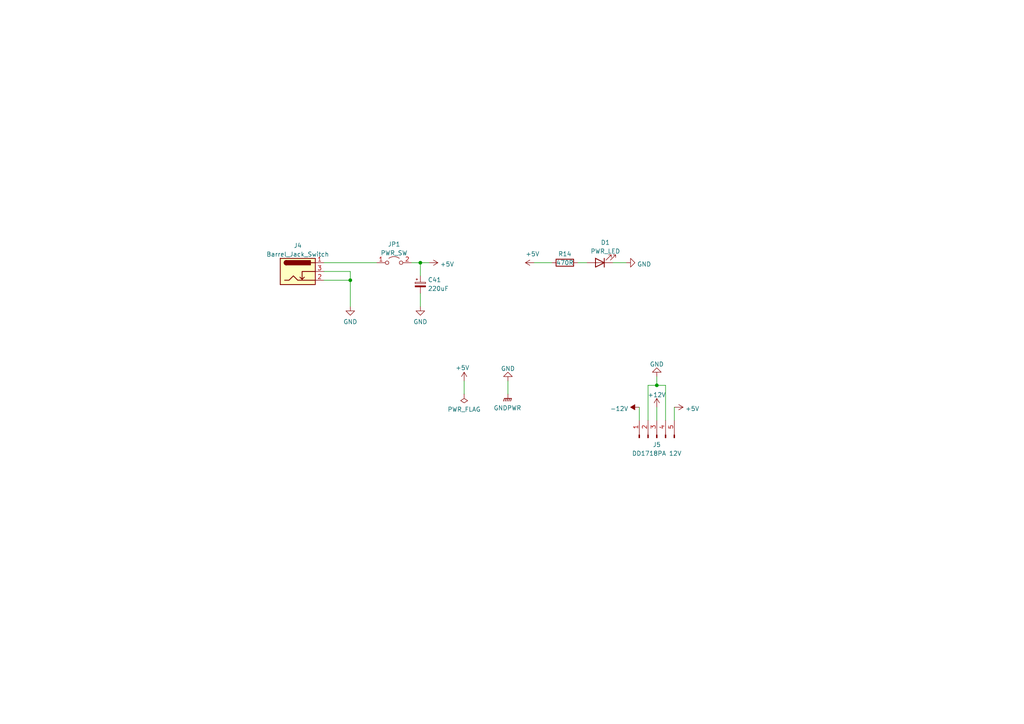
<source format=kicad_sch>
(kicad_sch (version 20250114) (generator "eeschema") (generator_version "9.0")
  (paper "A4")
  (title_block (title "JFF") (date "2025-07-16") (rev "1.1b-TMSHAT") (company "Skoti / herraa1") (comment 1 "Just for Fun - Computer"))
  (lib_symbols
    (symbol "Connector:Barrel_Jack_Switch" (pin_names (hide yes))
      (property "Reference" "J" (at 0 5.334 0))
      (property "Value" "Barrel_Jack_Switch" (at 0 -5.08 0))
      (symbol "Barrel_Jack_Switch_0_1"
        (rectangle (start -5.08 3.81) (end 5.08 -3.81) (stroke (width 0.254)) (fill (type background)))
        (polyline (pts (xy -3.81 -2.54) (xy -2.54 -2.54) (xy -1.27 -1.27) (xy 0 -2.54) (xy 2.54 -2.54) (xy 5.08 -2.54)) (stroke (width 0.254)))
        (arc (start -3.302 1.905) (mid -3.9342 2.54) (end -3.302 3.175) (stroke (width 0.254)))
        (arc (start -3.302 1.905) (mid -3.9342 2.54) (end -3.302 3.175) (stroke (width 0.254)) (fill (type outline)))
        (polyline (pts (xy 1.27 -2.286) (xy 1.905 -1.651)) (stroke (width 0.254)))
        (rectangle (start 3.683 3.175) (end -3.302 1.905) (stroke (width 0.254)) (fill (type outline)))
        (polyline (pts (xy 5.08 2.54) (xy 3.81 2.54)) (stroke (width 0.254)))
        (polyline (pts (xy 5.08 0) (xy 1.27 0) (xy 1.27 -2.286) (xy 0.635 -1.651)) (stroke (width 0.254)))
      )
      (symbol "Barrel_Jack_Switch_1_1"
        (pin passive line (at 7.62 2.54 180) (length 2.54) (name "~") (number "1"))
        (pin passive line (at 7.62 0 180) (length 2.54) (name "~") (number "3"))
        (pin passive line (at 7.62 -2.54 180) (length 2.54) (name "~") (number "2"))
      )
    )
    (symbol "Connector:Conn_01x05_Male" (pin_names (offset 1.016) (hide yes))
      (property "Reference" "J" (at 0 7.62 0))
      (property "Value" "Conn_01x05_Male" (at 0 -7.62 0))
      (symbol "Conn_01x05_Male_1_1"
        (rectangle (start 0.8636 5.207) (end 0 4.953) (stroke (width 0.1524)) (fill (type outline)))
        (rectangle (start 0.8636 2.667) (end 0 2.413) (stroke (width 0.1524)) (fill (type outline)))
        (rectangle (start 0.8636 0.127) (end 0 -0.127) (stroke (width 0.1524)) (fill (type outline)))
        (rectangle (start 0.8636 -2.413) (end 0 -2.667) (stroke (width 0.1524)) (fill (type outline)))
        (rectangle (start 0.8636 -4.953) (end 0 -5.207) (stroke (width 0.1524)) (fill (type outline)))
        (polyline (pts (xy 1.27 5.08) (xy 0.8636 5.08)) (stroke (width 0.1524)))
        (polyline (pts (xy 1.27 2.54) (xy 0.8636 2.54)) (stroke (width 0.1524)))
        (polyline (pts (xy 1.27 0) (xy 0.8636 0)) (stroke (width 0.1524)))
        (polyline (pts (xy 1.27 -2.54) (xy 0.8636 -2.54)) (stroke (width 0.1524)))
        (polyline (pts (xy 1.27 -5.08) (xy 0.8636 -5.08)) (stroke (width 0.1524)))
        (pin passive line (at 5.08 5.08 180) (length 3.81) (name "Pin_1") (number "1"))
        (pin passive line (at 5.08 2.54 180) (length 3.81) (name "Pin_2") (number "2"))
        (pin passive line (at 5.08 0 180) (length 3.81) (name "Pin_3") (number "3"))
        (pin passive line (at 5.08 -2.54 180) (length 3.81) (name "Pin_4") (number "4"))
        (pin passive line (at 5.08 -5.08 180) (length 3.81) (name "Pin_5") (number "5"))
      )
    )
    (symbol "Device:C_Polarized_Small" (pin_numbers (hide yes)) (pin_names (offset 0.254) (hide yes))
      (property "Reference" "C" (at 0.254 1.778 0))
      (property "Value" "C_Polarized_Small" (at 0.254 -2.032 0))
      (symbol "C_Polarized_Small_0_1"
        (rectangle (start -1.524 0.6858) (end 1.524 0.3048))
        (rectangle (start -1.524 -0.3048) (end 1.524 -0.6858) (fill (type outline)))
        (polyline (pts (xy -1.27 1.524) (xy -0.762 1.524)))
        (polyline (pts (xy -1.016 1.27) (xy -1.016 1.778)))
      )
      (symbol "C_Polarized_Small_1_1"
        (pin passive line (at 0 2.54 270) (length 1.8542) (name "~") (number "1"))
        (pin passive line (at 0 -2.54 90) (length 1.8542) (name "~") (number "2"))
      )
    )
    (symbol "Device:LED" (pin_numbers (hide yes)) (pin_names (offset 1.016) (hide yes))
      (property "Reference" "D" (at 0 2.54 0))
      (property "Value" "LED" (at 0 -2.54 0))
      (symbol "LED_0_1"
        (polyline (pts (xy -3.048 -0.762) (xy -4.572 -2.286) (xy -3.81 -2.286) (xy -4.572 -2.286) (xy -4.572 -1.524)))
        (polyline (pts (xy -1.778 -0.762) (xy -3.302 -2.286) (xy -2.54 -2.286) (xy -3.302 -2.286) (xy -3.302 -1.524)))
        (polyline (pts (xy -1.27 0) (xy 1.27 0)))
        (polyline (pts (xy -1.27 -1.27) (xy -1.27 1.27)) (stroke (width 0.254)))
        (polyline (pts (xy 1.27 -1.27) (xy 1.27 1.27) (xy -1.27 0) (xy 1.27 -1.27)) (stroke (width 0.254)))
      )
      (symbol "LED_1_1"
        (pin passive line (at -3.81 0 0) (length 2.54) (name "K") (number "1"))
        (pin passive line (at 3.81 0 180) (length 2.54) (name "A") (number "2"))
      )
    )
    (symbol "Device:R" (pin_numbers (hide yes)) (pin_names (offset 0))
      (property "Reference" "R" (at 2.032 0 90))
      (property "Value" "R" (at 0 0 90))
      (symbol "R_0_1"
        (rectangle (start -1.016 -2.54) (end 1.016 2.54) (stroke (width 0.254)))
      )
      (symbol "R_1_1"
        (pin passive line (at 0 3.81 270) (length 1.27) (name "~") (number "1"))
        (pin passive line (at 0 -3.81 90) (length 1.27) (name "~") (number "2"))
      )
    )
    (symbol "Jumper:Jumper_2_Open" (pin_names (offset 0) (hide yes))
      (property "Reference" "JP" (at 0 2.794 0))
      (property "Value" "Jumper_2_Open" (at 0 -2.286 0))
      (symbol "Jumper_2_Open_0_0"
        (circle (center -2.032 0) (radius 0.508))
        (circle (center 2.032 0) (radius 0.508))
      )
      (symbol "Jumper_2_Open_0_1"
        (arc (start -1.524 1.27) (mid 0 1.778) (end 1.524 1.27))
      )
      (symbol "Jumper_2_Open_1_1"
        (pin passive line (at -5.08 0 0) (length 2.54) (name "A") (number "1"))
        (pin passive line (at 5.08 0 180) (length 2.54) (name "B") (number "2"))
      )
    )
    (symbol "power:+12V" (power) (pin_names (offset 0))
      (property "Value" "+12V" (at 0 3.556 0))
      (symbol "+12V_0_1"
        (polyline (pts (xy -0.762 1.27) (xy 0 2.54)))
        (polyline (pts (xy 0 2.54) (xy 0.762 1.27)))
        (polyline (pts (xy 0 0) (xy 0 2.54)))
      )
      (symbol "+12V_1_1"
        (pin power_in line (at 0 0 90) (length 0) (hide yes) (name "+12V") (number "1"))
      )
    )
    (symbol "power:+5V" (power) (pin_names (offset 0))
      (property "Value" "+5V" (at 0 3.556 0))
      (symbol "+5V_0_1"
        (polyline (pts (xy -0.762 1.27) (xy 0 2.54)))
        (polyline (pts (xy 0 2.54) (xy 0.762 1.27)))
        (polyline (pts (xy 0 0) (xy 0 2.54)))
      )
      (symbol "+5V_1_1"
        (pin power_in line (at 0 0 90) (length 0) (hide yes) (name "+5V") (number "1"))
      )
    )
    (symbol "power:-12V" (power) (pin_names (offset 0))
      (property "Value" "-12V" (at 0 3.81 0))
      (symbol "-12V_0_0"
        (pin power_in line (at 0 0 90) (length 0) (hide yes) (name "-12V") (number "1"))
      )
      (symbol "-12V_0_1"
        (polyline (pts (xy 0 0) (xy 0 1.27) (xy 0.762 1.27) (xy 0 2.54) (xy -0.762 1.27) (xy 0 1.27)) (fill (type outline)))
      )
    )
    (symbol "power:GND" (power) (pin_names (offset 0))
      (property "Value" "GND" (at 0 -3.81 0))
      (symbol "GND_0_1"
        (polyline (pts (xy 0 0) (xy 0 -1.27) (xy 1.27 -1.27) (xy 0 -2.54) (xy -1.27 -1.27) (xy 0 -1.27)))
      )
      (symbol "GND_1_1"
        (pin power_in line (at 0 0 270) (length 0) (hide yes) (name "GND") (number "1"))
      )
    )
    (symbol "power:GNDPWR" (power) (pin_names (offset 0))
      (property "Value" "GNDPWR" (at 0 -3.302 0))
      (symbol "GNDPWR_0_1"
        (polyline (pts (xy -1.016 -1.27) (xy -1.27 -2.032) (xy -1.27 -2.032)) (stroke (width 0.2032)))
        (polyline (pts (xy -0.508 -1.27) (xy -0.762 -2.032) (xy -0.762 -2.032)) (stroke (width 0.2032)))
        (polyline (pts (xy 0 -1.27) (xy 0 0)))
        (polyline (pts (xy 0 -1.27) (xy -0.254 -2.032) (xy -0.254 -2.032)) (stroke (width 0.2032)))
        (polyline (pts (xy 0.508 -1.27) (xy 0.254 -2.032) (xy 0.254 -2.032)) (stroke (width 0.2032)))
        (polyline (pts (xy 1.016 -1.27) (xy -1.016 -1.27) (xy -1.016 -1.27)) (stroke (width 0.2032)))
        (polyline (pts (xy 1.016 -1.27) (xy 0.762 -2.032) (xy 0.762 -2.032) (xy 0.762 -2.032)) (stroke (width 0.2032)))
      )
      (symbol "GNDPWR_1_1"
        (pin power_in line (at 0 0 270) (length 0) (hide yes) (name "GNDPWR") (number "1"))
      )
    )
    (symbol "power:PWR_FLAG" (power) (pin_numbers (hide yes)) (pin_names (offset 0) (hide yes))
      (property "Value" "PWR_FLAG" (at 0 3.81 0))
      (symbol "PWR_FLAG_0_0"
        (pin power_out line (at 0 0 90) (length 0) (name "pwr") (number "1"))
      )
      (symbol "PWR_FLAG_0_1"
        (polyline (pts (xy 0 0) (xy 0 1.27) (xy -1.016 1.905) (xy 0 2.54) (xy 1.016 1.905) (xy 0 1.27)))
      )
    )
  )
  (junction (at 121.92 76.2))
  (junction (at 101.6 81.28))
  (junction (at 190.5 111.76))
  (wire (pts (xy 190.5 109.22) (xy 190.5 111.76)))
  (wire (pts (xy 121.92 85.09) (xy 121.92 88.9)))
  (wire (pts (xy 134.62 110.49) (xy 134.62 114.3)))
  (wire (pts (xy 187.96 121.92) (xy 187.96 111.76)))
  (wire (pts (xy 93.98 76.2) (xy 109.22 76.2)))
  (wire (pts (xy 147.32 110.49) (xy 147.32 114.3)))
  (wire (pts (xy 195.58 118.11) (xy 195.58 121.92)))
  (wire (pts (xy 101.6 81.28) (xy 101.6 88.9)))
  (wire (pts (xy 193.04 111.76) (xy 193.04 121.92)))
  (wire (pts (xy 101.6 78.74) (xy 101.6 81.28)))
  (wire (pts (xy 190.5 111.76) (xy 193.04 111.76)))
  (wire (pts (xy 187.96 111.76) (xy 190.5 111.76)))
  (wire (pts (xy 185.42 118.11) (xy 185.42 121.92)))
  (wire (pts (xy 190.5 118.11) (xy 190.5 121.92)))
  (wire (pts (xy 154.94 76.2) (xy 160.02 76.2)))
  (wire (pts (xy 93.98 78.74) (xy 101.6 78.74)))
  (wire (pts (xy 119.38 76.2) (xy 121.92 76.2)))
  (wire (pts (xy 121.92 76.2) (xy 121.92 80.01)))
  (wire (pts (xy 167.64 76.2) (xy 170.18 76.2)))
  (wire (pts (xy 177.8 76.2) (xy 181.61 76.2)))
  (wire (pts (xy 121.92 76.2) (xy 124.46 76.2)))
  (wire (pts (xy 93.98 81.28) (xy 101.6 81.28)))
  (symbol (lib_id "Device:LED") (at 173.99 76.2 180) (unit 1)
    (property "Reference" "D1" (at 175.5775 70.3412 0))
    (property "Value" "PWR_LED" (at 175.5775 72.8781 0))
    (property "Footprint" "LED_THT:LED_D3.0mm" (effects (hide yes)))
  )
  (symbol (lib_id "power:+12V") (at 190.5 118.11 0) (unit 1)
    (property "Reference" "#PWR0214" (effects (hide yes)))
    (property "Value" "+12V" (at 190.5 114.5342 0))
  )
  (symbol (lib_id "power:+5V") (at 154.94 76.2 90) (unit 1)
    (property "Reference" "#PWR0120" (effects (hide yes)))
    (property "Value" "+5V" (at 152.4 73.66 90) (effects (justify right)))
  )
  (symbol (lib_id "Device:R") (at 163.83 76.2 90) (unit 1)
    (property "Reference" "R14" (at 163.83 73.66 90))
    (property "Value" "470R" (at 163.83 76.2 90))
    (property "Footprint" "Resistor_THT:R_Axial_DIN0204_L3.6mm_D1.6mm_P7.62mm_Horizontal" (effects (hide yes)))
  )
  (symbol (lib_id "power:+5V") (at 134.62 110.49 0) (unit 1)
    (property "Reference" "#PWR0222" (effects (hide yes)))
    (property "Value" "+5V" (at 132.08 106.68 0) (effects (justify left)))
  )
  (symbol (lib_id "power:+5V") (at 124.46 76.2 270) (unit 1)
    (property "Reference" "#PWR0114" (effects (hide yes)))
    (property "Value" "+5V" (at 127.635 76.6338 90) (effects (justify left)))
  )
  (symbol (lib_id "power:+5V") (at 195.58 118.11 270) (unit 1)
    (property "Reference" "#PWR0215" (effects (hide yes)))
    (property "Value" "+5V" (at 198.755 118.5438 90) (effects (justify left)))
  )
  (symbol (lib_id "Connector:Barrel_Jack_Switch") (at 86.36 78.74 0) (unit 1)
    (property "Reference" "J4" (at 86.36 71.2302 0))
    (property "Value" "Barrel_Jack_Switch" (at 86.36 73.7671 0))
    (property "Footprint" "Connector_BarrelJack:BarrelJack_Horizontal" (effects (hide yes)))
  )
  (symbol (lib_id "power:-12V") (at 185.42 118.11 90) (unit 1)
    (property "Reference" "#PWR0154" (effects (hide yes)))
    (property "Value" "-12V" (at 182.245 118.5438 90) (effects (justify left)))
  )
  (symbol (lib_id "power:GND") (at 181.61 76.2 90) (unit 1)
    (property "Reference" "#PWR0115" (effects (hide yes)))
    (property "Value" "GND" (at 184.785 76.6338 90) (effects (justify right)))
  )
  (symbol (lib_id "Connector:Conn_01x05_Male") (at 190.5 127 90) (unit 1)
    (property "Reference" "J5" (at 190.5 128.9796 90))
    (property "Value" "DD1718PA 12V" (at 190.5 131.5165 90))
    (property "Footprint" "Connector_PinHeader_2.54mm:PinHeader_1x05_P2.54mm_Vertical" (effects (hide yes)))
  )
  (symbol (lib_id "power:GND") (at 121.92 88.9 0) (unit 1)
    (property "Reference" "#PWR01" (effects (hide yes)))
    (property "Value" "GND" (at 121.92 93.3434 0))
  )
  (symbol (lib_id "Device:C_Polarized_Small") (at 121.92 82.55 0) (unit 1)
    (property "Reference" "C41" (at 124.079 81.1692 0) (effects (justify left)))
    (property "Value" "220uF" (at 124.079 83.7061 0) (effects (justify left)))
    (property "Footprint" "Capacitor_THT:CP_Radial_D5.0mm_P2.50mm" (effects (hide yes)))
  )
  (symbol (lib_id "power:GND") (at 147.32 110.49 180) (unit 1)
    (property "Reference" "#PWR0223" (effects (hide yes)))
    (property "Value" "GND" (at 147.32 106.9142 0))
  )
  (symbol (lib_id "power:GND") (at 190.5 109.22 180) (unit 1)
    (property "Reference" "#PWR0153" (effects (hide yes)))
    (property "Value" "GND" (at 190.5 105.6442 0))
  )
  (symbol (lib_id "power:GNDPWR") (at 147.32 114.3 0) (unit 1)
    (property "Reference" "#PWR0221" (effects (hide yes)))
    (property "Value" "GNDPWR" (at 147.193 118.337 0))
  )
  (symbol (lib_id "Jumper:Jumper_2_Open") (at 114.3 76.2 0) (unit 1)
    (property "Reference" "JP1" (at 114.3 70.8492 0))
    (property "Value" "PWR_SW" (at 114.3 73.3861 0))
    (property "Footprint" "Connector_PinHeader_2.54mm:PinHeader_1x02_P2.54mm_Vertical" (effects (hide yes)))
  )
  (symbol (lib_id "power:GND") (at 101.6 88.9 0) (unit 1)
    (property "Reference" "#PWR0113" (effects (hide yes)))
    (property "Value" "GND" (at 101.6 93.3434 0))
  )
  (symbol (lib_id "power:PWR_FLAG") (at 134.62 114.3 180) (unit 1)
    (property "Reference" "#FLG0101" (effects (hide yes)))
    (property "Value" "PWR_FLAG" (at 134.62 118.7434 0))
  )
)
</source>
